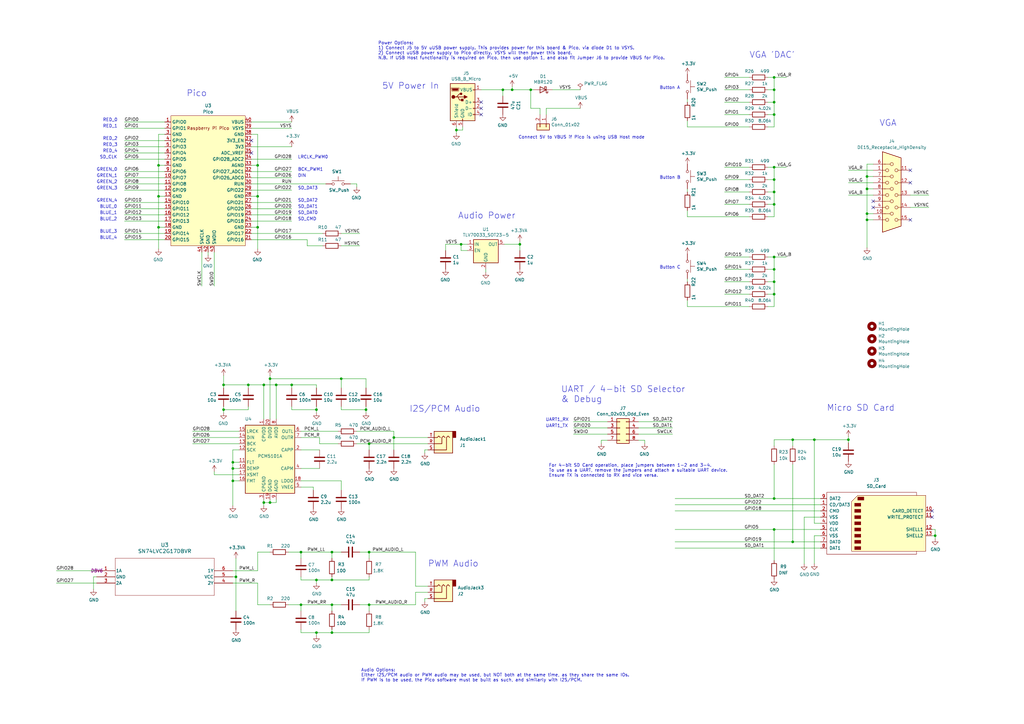
<source format=kicad_sch>
(kicad_sch (version 20230121) (generator eeschema)
  (paper "A3")
  (title_block (title "RPI-PVSA    VGA, SD Card & Audio Demo Board for Pico") (date "2020-09-04") (rev "REV2") (company "Raspberry Pi") (comment 1 "(c) Raspberry Pi 2020"))
  (junction (at 161.544 179.451))
  (junction (at 206.248 36.83))
  (junction (at 150.114 168.021))
  (junction (at 189.103 100.203))
  (junction (at 110.744 206.121))
  (junction (at 139.954 155.321))
  (junction (at 123.444 248.031))
  (junction (at 151.384 248.031))
  (junction (at 136.144 237.871))
  (junction (at 334.01 180.34))
  (junction (at 110.744 155.321))
  (junction (at 317.5 110.49))
  (junction (at 95.504 192.151))
  (junction (at 105.664 80.518))
  (junction (at 95.504 189.611))
  (junction (at 217.678 36.83))
  (junction (at 355.6 90.17))
  (junction (at 108.204 206.121))
  (junction (at 129.794 168.021))
  (junction (at 210.058 36.83))
  (junction (at 151.384 181.991))
  (junction (at 317.5 73.66))
  (junction (at 317.5 105.41))
  (junction (at 123.444 226.441))
  (junction (at 317.5 78.74))
  (junction (at 317.5 46.99))
  (junction (at 129.794 259.461))
  (junction (at 91.694 168.021))
  (junction (at 105.664 67.818))
  (junction (at 355.6 72.39))
  (junction (at 317.5 36.83))
  (junction (at 119.634 157.861))
  (junction (at 65.024 67.818))
  (junction (at 108.204 157.861))
  (junction (at 113.284 157.861))
  (junction (at 101.854 157.861))
  (junction (at 105.664 93.218))
  (junction (at 355.6 87.63))
  (junction (at 91.694 157.861))
  (junction (at 129.794 237.871))
  (junction (at 317.5 68.58))
  (junction (at 383.54 219.71))
  (junction (at 187.198 53.34))
  (junction (at 65.024 80.518))
  (junction (at 95.504 197.231))
  (junction (at 325.12 222.25))
  (junction (at 151.384 226.441))
  (junction (at 213.233 100.203))
  (junction (at 96.774 236.601))
  (junction (at 65.024 93.218))
  (junction (at 317.5 31.75))
  (junction (at 347.98 180.34))
  (junction (at 136.144 248.031))
  (junction (at 317.5 83.82))
  (junction (at 325.12 180.34))
  (junction (at 317.5 115.57))
  (junction (at 355.6 77.47))
  (junction (at 317.5 41.91))
  (junction (at 136.144 259.461))
  (junction (at 317.5 217.17))
  (junction (at 317.5 204.47))
  (junction (at 317.5 120.65))
  (junction (at 136.144 226.441))
  (no_connect (at 373.38 74.93))
  (no_connect (at 358.14 82.55))
  (no_connect (at 103.124 57.658))
  (no_connect (at 382.27 209.55))
  (no_connect (at 373.38 69.85))
  (no_connect (at 197.358 46.99))
  (no_connect (at 358.14 85.09))
  (no_connect (at 197.358 44.45))
  (no_connect (at 197.358 41.91))
  (no_connect (at 373.38 90.17))
  (no_connect (at 103.124 62.738))
  (no_connect (at 382.27 212.09))
  (wire (pts (xy 85.344 103.378) (xy 85.344 104.648)))
  (wire (pts (xy 281.94 40.64) (xy 281.94 41.91)))
  (wire (pts (xy 281.94 86.36) (xy 281.94 88.9)))
  (wire (pts (xy 119.634 166.751) (xy 119.634 168.021)))
  (wire (pts (xy 119.634 168.021) (xy 129.794 168.021)))
  (wire (pts (xy 314.96 120.65) (xy 317.5 120.65)))
  (wire (pts (xy 317.5 78.74) (xy 317.5 73.66)))
  (wire (pts (xy 358.14 74.93) (xy 347.98 74.93)))
  (wire (pts (xy 113.284 206.121) (xy 113.284 204.851)))
  (wire (pts (xy 150.114 155.321) (xy 150.114 159.131)))
  (wire (pts (xy 110.744 204.851) (xy 110.744 206.121)))
  (wire (pts (xy 317.5 36.83) (xy 317.5 31.75)))
  (wire (pts (xy 317.5 180.34) (xy 325.12 180.34)))
  (wire (pts (xy 105.664 67.818) (xy 105.664 80.518)))
  (wire (pts (xy 87.884 103.378) (xy 87.884 117.348)))
  (wire (pts (xy 358.14 72.39) (xy 355.6 72.39)))
  (wire (pts (xy 317.5 31.75) (xy 322.58 31.75)))
  (wire (pts (xy 129.794 166.751) (xy 129.794 168.021)))
  (wire (pts (xy 170.434 248.031) (xy 151.384 248.031)))
  (wire (pts (xy 67.564 80.518) (xy 65.024 80.518)))
  (wire (pts (xy 275.844 172.974) (xy 261.874 172.974)))
  (wire (pts (xy 275.844 175.514) (xy 261.874 175.514)))
  (wire (pts (xy 317.5 115.57) (xy 317.5 110.49)))
  (wire (pts (xy 98.044 176.911) (xy 78.994 176.911)))
  (wire (pts (xy 314.96 31.75) (xy 317.5 31.75)))
  (wire (pts (xy 206.248 39.37) (xy 206.248 36.83)))
  (wire (pts (xy 143.764 75.438) (xy 146.304 75.438)))
  (wire (pts (xy 105.664 248.031) (xy 110.744 248.031)))
  (wire (pts (xy 129.794 168.021) (xy 129.794 169.291)))
  (wire (pts (xy 276.86 224.79) (xy 336.55 224.79)))
  (wire (pts (xy 123.444 258.191) (xy 123.444 259.461)))
  (wire (pts (xy 105.664 234.061) (xy 105.664 226.441)))
  (wire (pts (xy 189.738 52.07) (xy 189.738 53.34)))
  (wire (pts (xy 51.054 72.898) (xy 67.564 72.898)))
  (wire (pts (xy 103.124 70.358) (xy 119.634 70.358)))
  (wire (pts (xy 67.564 67.818) (xy 65.024 67.818)))
  (wire (pts (xy 314.96 41.91) (xy 317.5 41.91)))
  (wire (pts (xy 95.504 197.231) (xy 95.504 207.391)))
  (wire (pts (xy 307.34 36.83) (xy 297.18 36.83)))
  (wire (pts (xy 355.6 87.63) (xy 355.6 90.17)))
  (wire (pts (xy 355.6 72.39) (xy 355.6 77.47)))
  (wire (pts (xy 182.753 102.743) (xy 182.753 100.203)))
  (wire (pts (xy 105.664 239.141) (xy 105.664 248.031)))
  (wire (pts (xy 314.96 68.58) (xy 317.5 68.58)))
  (wire (pts (xy 276.86 207.01) (xy 336.55 207.01)))
  (wire (pts (xy 136.144 236.601) (xy 136.144 237.871)))
  (wire (pts (xy 317.5 73.66) (xy 317.5 68.58)))
  (wire (pts (xy 314.96 125.73) (xy 317.5 125.73)))
  (wire (pts (xy 51.054 70.358) (xy 67.564 70.358)))
  (wire (pts (xy 103.124 67.818) (xy 105.664 67.818)))
  (wire (pts (xy 221.488 46.99) (xy 221.488 44.45)))
  (wire (pts (xy 131.064 179.451) (xy 131.064 181.991)))
  (wire (pts (xy 103.124 52.578) (xy 119.634 52.578)))
  (wire (pts (xy 317.5 105.41) (xy 322.58 105.41)))
  (wire (pts (xy 136.144 228.981) (xy 136.144 226.441)))
  (wire (pts (xy 226.568 36.83) (xy 237.998 36.83)))
  (wire (pts (xy 118.364 248.031) (xy 123.444 248.031)))
  (wire (pts (xy 108.204 157.861) (xy 108.204 171.831)))
  (wire (pts (xy 307.34 125.73) (xy 281.94 125.73)))
  (wire (pts (xy 307.34 31.75) (xy 297.18 31.75)))
  (wire (pts (xy 314.96 78.74) (xy 317.5 78.74)))
  (wire (pts (xy 95.504 239.141) (xy 105.664 239.141)))
  (wire (pts (xy 358.14 77.47) (xy 355.6 77.47)))
  (wire (pts (xy 276.86 209.55) (xy 336.55 209.55)))
  (wire (pts (xy 307.34 115.57) (xy 297.18 115.57)))
  (wire (pts (xy 103.124 83.058) (xy 119.634 83.058)))
  (wire (pts (xy 317.5 78.74) (xy 317.5 83.82)))
  (wire (pts (xy 103.124 72.898) (xy 119.634 72.898)))
  (wire (pts (xy 174.244 184.531) (xy 174.244 185.801)))
  (wire (pts (xy 67.564 93.218) (xy 65.024 93.218)))
  (wire (pts (xy 96.774 236.601) (xy 96.774 250.571)))
  (wire (pts (xy 276.86 217.17) (xy 317.5 217.17)))
  (wire (pts (xy 91.694 168.021) (xy 91.694 169.291)))
  (wire (pts (xy 65.024 80.518) (xy 65.024 93.218)))
  (wire (pts (xy 307.34 68.58) (xy 297.18 68.58)))
  (wire (pts (xy 129.794 157.861) (xy 129.794 159.131)))
  (wire (pts (xy 119.634 159.131) (xy 119.634 157.861)))
  (wire (pts (xy 317.5 217.17) (xy 336.55 217.17)))
  (wire (pts (xy 358.14 69.85) (xy 347.98 69.85)))
  (wire (pts (xy 65.024 55.118) (xy 65.024 67.818)))
  (wire (pts (xy 136.144 237.871) (xy 151.384 237.871)))
  (wire (pts (xy 129.794 237.871) (xy 136.144 237.871)))
  (wire (pts (xy 105.664 226.441) (xy 110.744 226.441)))
  (wire (pts (xy 314.96 83.82) (xy 317.5 83.82)))
  (wire (pts (xy 82.804 103.378) (xy 82.804 117.348)))
  (wire (pts (xy 307.34 120.65) (xy 297.18 120.65)))
  (wire (pts (xy 101.854 166.751) (xy 101.854 168.021)))
  (wire (pts (xy 317.5 125.73) (xy 317.5 120.65)))
  (wire (pts (xy 382.27 219.71) (xy 383.54 219.71)))
  (wire (pts (xy 103.124 98.298) (xy 125.984 98.298)))
  (wire (pts (xy 151.384 259.461) (xy 151.384 258.191)))
  (wire (pts (xy 123.444 259.461) (xy 129.794 259.461)))
  (wire (pts (xy 51.054 98.298) (xy 67.564 98.298)))
  (wire (pts (xy 95.504 234.061) (xy 105.664 234.061)))
  (wire (pts (xy 217.678 44.45) (xy 217.678 36.83)))
  (wire (pts (xy 95.504 236.601) (xy 96.774 236.601)))
  (wire (pts (xy 261.874 178.054) (xy 275.844 178.054)))
  (wire (pts (xy 358.14 80.01) (xy 347.98 80.01)))
  (wire (pts (xy 249.174 172.974) (xy 235.204 172.974)))
  (wire (pts (xy 136.144 226.441) (xy 139.954 226.441)))
  (wire (pts (xy 136.144 250.571) (xy 136.144 248.031)))
  (wire (pts (xy 103.124 85.598) (xy 119.634 85.598)))
  (wire (pts (xy 105.664 55.118) (xy 105.664 67.818)))
  (wire (pts (xy 334.01 214.63) (xy 336.55 214.63)))
  (wire (pts (xy 139.954 166.751) (xy 139.954 168.021)))
  (wire (pts (xy 151.384 226.441) (xy 151.384 228.981)))
  (wire (pts (xy 108.204 206.121) (xy 110.744 206.121)))
  (wire (pts (xy 103.124 80.518) (xy 105.664 80.518)))
  (wire (pts (xy 175.514 245.491) (xy 174.244 245.491)))
  (wire (pts (xy 91.694 157.861) (xy 101.854 157.861)))
  (wire (pts (xy 334.01 219.71) (xy 334.01 231.14)))
  (wire (pts (xy 118.364 226.441) (xy 123.444 226.441)))
  (wire (pts (xy 314.96 73.66) (xy 317.5 73.66)))
  (wire (pts (xy 317.5 83.82) (xy 317.5 88.9)))
  (wire (pts (xy 217.678 36.83) (xy 218.948 36.83)))
  (wire (pts (xy 334.01 180.34) (xy 347.98 180.34)))
  (wire (pts (xy 358.14 67.31) (xy 355.6 67.31)))
  (wire (pts (xy 65.024 93.218) (xy 65.024 102.108)))
  (wire (pts (xy 51.054 62.738) (xy 67.564 62.738)))
  (wire (pts (xy 65.024 67.818) (xy 65.024 80.518)))
  (wire (pts (xy 264.414 180.594) (xy 264.414 181.864)))
  (wire (pts (xy 103.124 60.198) (xy 119.634 60.198)))
  (wire (pts (xy 151.384 237.871) (xy 151.384 236.601)))
  (wire (pts (xy 110.744 171.831) (xy 110.744 155.321)))
  (wire (pts (xy 123.444 228.981) (xy 123.444 226.441)))
  (wire (pts (xy 91.694 166.751) (xy 91.694 168.021)))
  (wire (pts (xy 105.664 80.518) (xy 105.664 93.218)))
  (wire (pts (xy 187.198 53.34) (xy 187.198 54.61)))
  (wire (pts (xy 281.94 123.19) (xy 281.94 125.73)))
  (wire (pts (xy 139.954 95.758) (xy 147.574 95.758)))
  (wire (pts (xy 189.103 102.743) (xy 189.103 100.203)))
  (wire (pts (xy 170.434 226.441) (xy 151.384 226.441)))
  (wire (pts (xy 147.574 226.441) (xy 151.384 226.441)))
  (wire (pts (xy 98.044 184.531) (xy 95.504 184.531)))
  (wire (pts (xy 95.504 184.531) (xy 95.504 189.611)))
  (wire (pts (xy 110.744 155.321) (xy 139.954 155.321)))
  (wire (pts (xy 101.854 168.021) (xy 91.694 168.021)))
  (wire (pts (xy 317.5 229.87) (xy 317.5 217.17)))
  (wire (pts (xy 317.5 46.99) (xy 317.5 41.91)))
  (wire (pts (xy 129.794 157.861) (xy 119.634 157.861)))
  (wire (pts (xy 131.064 181.991) (xy 138.684 181.991)))
  (wire (pts (xy 39.624 236.601) (xy 38.354 236.601)))
  (wire (pts (xy 206.883 100.203) (xy 213.233 100.203)))
  (wire (pts (xy 110.744 206.121) (xy 113.284 206.121)))
  (wire (pts (xy 151.384 248.031) (xy 151.384 250.571)))
  (wire (pts (xy 307.34 52.07) (xy 281.94 52.07)))
  (wire (pts (xy 314.96 105.41) (xy 317.5 105.41)))
  (wire (pts (xy 281.94 49.53) (xy 281.94 52.07)))
  (wire (pts (xy 249.174 178.054) (xy 235.204 178.054)))
  (wire (pts (xy 110.744 155.321) (xy 110.744 154.051)))
  (wire (pts (xy 103.124 88.138) (xy 119.634 88.138)))
  (wire (pts (xy 98.044 179.451) (xy 78.994 179.451)))
  (wire (pts (xy 113.284 157.861) (xy 108.204 157.861)))
  (wire (pts (xy 125.984 98.298) (xy 125.984 100.838)))
  (wire (pts (xy 307.34 41.91) (xy 297.18 41.91)))
  (wire (pts (xy 123.444 199.771) (xy 128.524 199.771)))
  (wire (pts (xy 373.38 80.01) (xy 381 80.01)))
  (wire (pts (xy 51.054 57.658) (xy 67.564 57.658)))
  (wire (pts (xy 103.124 93.218) (xy 105.664 93.218)))
  (wire (pts (xy 161.544 179.451) (xy 161.544 184.531)))
  (wire (pts (xy 261.874 180.594) (xy 264.414 180.594)))
  (wire (pts (xy 336.55 219.71) (xy 334.01 219.71)))
  (wire (pts (xy 136.144 248.031) (xy 139.954 248.031)))
  (wire (pts (xy 175.514 240.411) (xy 170.434 240.411)))
  (wire (pts (xy 175.514 242.951) (xy 170.434 242.951)))
  (wire (pts (xy 314.96 36.83) (xy 317.5 36.83)))
  (wire (pts (xy 373.38 85.09) (xy 381 85.09)))
  (wire (pts (xy 123.444 226.441) (xy 136.144 226.441)))
  (wire (pts (xy 95.504 189.611) (xy 95.504 192.151)))
  (wire (pts (xy 210.058 36.83) (xy 210.058 35.56)))
  (wire (pts (xy 136.144 258.191) (xy 136.144 259.461)))
  (wire (pts (xy 382.27 217.17) (xy 383.54 217.17)))
  (wire (pts (xy 329.819 212.09) (xy 329.819 231.267)))
  (wire (pts (xy 325.12 180.34) (xy 334.01 180.34)))
  (wire (pts (xy 317.5 190.5) (xy 317.5 204.47)))
  (wire (pts (xy 182.753 100.203) (xy 189.103 100.203)))
  (wire (pts (xy 103.124 90.678) (xy 119.634 90.678)))
  (wire (pts (xy 98.044 181.991) (xy 78.994 181.991)))
  (wire (pts (xy 129.794 259.461) (xy 129.794 260.731)))
  (wire (pts (xy 281.94 77.47) (xy 281.94 78.74)))
  (wire (pts (xy 224.028 46.99) (xy 224.028 44.45)))
  (wire (pts (xy 314.96 115.57) (xy 317.5 115.57)))
  (wire (pts (xy 246.634 180.594) (xy 246.634 181.864)))
  (wire (pts (xy 317.5 110.49) (xy 317.5 105.41)))
  (wire (pts (xy 123.444 197.231) (xy 139.954 197.231)))
  (wire (pts (xy 39.624 239.141) (xy 23.114 239.141)))
  (wire (pts (xy 51.054 65.278) (xy 67.564 65.278)))
  (wire (pts (xy 129.794 237.871) (xy 129.794 239.141)))
  (wire (pts (xy 103.124 50.038) (xy 119.634 50.038)))
  (wire (pts (xy 147.574 248.031) (xy 151.384 248.031)))
  (wire (pts (xy 355.6 77.47) (xy 355.6 87.63)))
  (wire (pts (xy 67.564 55.118) (xy 65.024 55.118)))
  (wire (pts (xy 151.384 184.531) (xy 151.384 181.991)))
  (wire (pts (xy 307.34 73.66) (xy 297.18 73.66)))
  (wire (pts (xy 38.354 236.601) (xy 38.354 241.681)))
  (wire (pts (xy 139.954 155.321) (xy 150.114 155.321)))
  (wire (pts (xy 307.34 83.82) (xy 297.18 83.82)))
  (wire (pts (xy 249.174 175.514) (xy 235.204 175.514)))
  (wire (pts (xy 307.34 78.74) (xy 297.18 78.74)))
  (wire (pts (xy 146.304 181.991) (xy 151.384 181.991)))
  (wire (pts (xy 358.14 87.63) (xy 355.6 87.63)))
  (wire (pts (xy 307.34 110.49) (xy 297.18 110.49)))
  (wire (pts (xy 325.12 182.88) (xy 325.12 180.34)))
  (wire (pts (xy 51.054 75.438) (xy 67.564 75.438)))
  (wire (pts (xy 189.103 100.203) (xy 191.643 100.203)))
  (wire (pts (xy 150.114 166.751) (xy 150.114 168.021)))
  (wire (pts (xy 317.5 182.88) (xy 317.5 180.34)))
  (wire (pts (xy 51.054 90.678) (xy 67.564 90.678)))
  (wire (pts (xy 161.544 179.451) (xy 175.514 179.451)))
  (wire (pts (xy 108.204 204.851) (xy 108.204 206.121)))
  (wire (pts (xy 336.55 204.47) (xy 317.5 204.47)))
  (wire (pts (xy 123.444 250.571) (xy 123.444 248.031)))
  (wire (pts (xy 103.124 95.758) (xy 132.334 95.758)))
  (wire (pts (xy 206.248 36.83) (xy 210.058 36.83)))
  (wire (pts (xy 347.98 181.61) (xy 347.98 180.34)))
  (wire (pts (xy 317.5 68.58) (xy 322.58 68.58)))
  (wire (pts (xy 139.954 168.021) (xy 150.114 168.021)))
  (wire (pts (xy 213.233 100.203) (xy 213.233 102.743)))
  (wire (pts (xy 249.174 180.594) (xy 246.634 180.594)))
  (wire (pts (xy 98.044 197.231) (xy 95.504 197.231)))
  (wire (pts (xy 105.664 93.218) (xy 105.664 102.108)))
  (wire (pts (xy 103.124 55.118) (xy 105.664 55.118)))
  (wire (pts (xy 108.204 206.121) (xy 108.204 207.391)))
  (wire (pts (xy 355.6 67.31) (xy 355.6 72.39)))
  (wire (pts (xy 358.14 90.17) (xy 355.6 90.17)))
  (wire (pts (xy 213.233 100.203) (xy 213.233 98.933)))
  (wire (pts (xy 347.98 180.34) (xy 347.98 179.07)))
  (wire (pts (xy 197.358 36.83) (xy 206.248 36.83)))
  (wire (pts (xy 139.954 159.131) (xy 139.954 155.321)))
  (wire (pts (xy 98.044 189.611) (xy 95.504 189.611)))
  (wire (pts (xy 174.244 245.491) (xy 174.244 246.761)))
  (wire (pts (xy 317.5 120.65) (xy 317.5 115.57)))
  (wire (pts (xy 51.054 88.138) (xy 67.564 88.138)))
  (wire (pts (xy 307.34 105.41) (xy 297.18 105.41)))
  (wire (pts (xy 103.124 77.978) (xy 119.634 77.978)))
  (wire (pts (xy 276.86 222.25) (xy 325.12 222.25)))
  (wire (pts (xy 51.054 95.758) (xy 67.564 95.758)))
  (wire (pts (xy 51.054 83.058) (xy 67.564 83.058)))
  (wire (pts (xy 96.774 228.981) (xy 96.774 236.601)))
  (wire (pts (xy 123.444 237.871) (xy 129.794 237.871)))
  (wire (pts (xy 119.634 157.861) (xy 113.284 157.861)))
  (wire (pts (xy 161.544 176.911) (xy 161.544 179.451)))
  (wire (pts (xy 224.028 44.45) (xy 237.998 44.45)))
  (wire (pts (xy 51.054 85.598) (xy 67.564 85.598)))
  (wire (pts (xy 129.794 259.461) (xy 136.144 259.461)))
  (wire (pts (xy 314.96 52.07) (xy 317.5 52.07)))
  (wire (pts (xy 281.94 114.3) (xy 281.94 115.57)))
  (wire (pts (xy 314.96 46.99) (xy 317.5 46.99)))
  (wire (pts (xy 187.198 52.07) (xy 187.198 53.34)))
  (wire (pts (xy 103.124 65.278) (xy 119.634 65.278)))
  (wire (pts (xy 383.54 217.17) (xy 383.54 219.71)))
  (wire (pts (xy 334.01 180.34) (xy 334.01 214.63)))
  (wire (pts (xy 317.5 41.91) (xy 317.5 36.83)))
  (wire (pts (xy 91.694 157.861) (xy 91.694 154.051)))
  (wire (pts (xy 307.34 88.9) (xy 281.94 88.9)))
  (wire (pts (xy 95.504 192.151) (xy 95.504 197.231)))
  (wire (pts (xy 191.643 102.743) (xy 189.103 102.743)))
  (wire (pts (xy 51.054 60.198) (xy 67.564 60.198)))
  (wire (pts (xy 146.304 75.438) (xy 146.304 76.708)))
  (wire (pts (xy 221.488 44.45) (xy 217.678 44.45)))
  (wire (pts (xy 136.144 259.461) (xy 151.384 259.461)))
  (wire (pts (xy 317.5 52.07) (xy 317.5 46.99)))
  (wire (pts (xy 125.984 100.838) (xy 132.334 100.838)))
  (wire (pts (xy 150.114 168.021) (xy 150.114 169.291)))
  (wire (pts (xy 139.954 197.231) (xy 139.954 201.041)))
  (wire (pts (xy 307.34 46.99) (xy 297.18 46.99)))
  (wire (pts (xy 23.114 234.061) (xy 39.624 234.061)))
  (wire (pts (xy 123.444 248.031) (xy 136.144 248.031)))
  (wire (pts (xy 336.55 212.09) (xy 329.819 212.09)))
  (wire (pts (xy 101.854 159.131) (xy 101.854 157.861)))
  (wire (pts (xy 170.434 242.951) (xy 170.434 248.031)))
  (wire (pts (xy 98.044 192.151) (xy 95.504 192.151)))
  (wire (pts (xy 123.444 236.601) (xy 123.444 237.871)))
  (wire (pts (xy 123.444 176.911) (xy 138.684 176.911)))
  (wire (pts (xy 383.54 219.71) (xy 383.54 220.98)))
  (wire (pts (xy 355.6 90.17) (xy 355.6 101.6)))
  (wire (pts (xy 91.694 157.861) (xy 91.694 159.131)))
  (wire (pts (xy 123.444 184.531) (xy 131.064 184.531)))
  (wire (pts (xy 123.444 192.151) (xy 131.064 192.151)))
  (wire (pts (xy 170.434 240.411) (xy 170.434 226.441)))
  (wire (pts (xy 51.054 50.038) (xy 67.564 50.038)))
  (wire (pts (xy 325.12 190.5) (xy 325.12 222.25)))
  (wire (pts (xy 199.263 110.363) (xy 199.263 111.633)))
  (wire (pts (xy 101.854 157.861) (xy 108.204 157.861)))
  (wire (pts (xy 51.054 77.978) (xy 67.564 77.978)))
  (wire (pts (xy 103.124 75.438) (xy 133.604 75.438)))
  (wire (pts (xy 276.86 204.47) (xy 317.5 204.47)))
  (wire (pts (xy 210.058 36.83) (xy 217.678 36.83)))
  (wire (pts (xy 146.304 176.911) (xy 161.544 176.911)))
  (wire (pts (xy 175.514 184.531) (xy 174.244 184.531)))
  (wire (pts (xy 51.054 52.578) (xy 67.564 52.578)))
  (wire (pts (xy 87.884 194.691) (xy 98.044 194.691)))
  (wire (pts (xy 128.524 199.771) (xy 128.524 201.041)))
  (wire (pts (xy 87.884 193.421) (xy 87.884 194.691)))
  (wire (pts (xy 151.384 181.991) (xy 175.514 181.991)))
  (wire (pts (xy 123.444 179.451) (xy 131.064 179.451)))
  (wire (pts (xy 314.96 88.9) (xy 317.5 88.9)))
  (wire (pts (xy 113.284 157.861) (xy 113.284 171.831)))
  (wire (pts (xy 189.738 53.34) (xy 187.198 53.34)))
  (wire (pts (xy 314.96 110.49) (xy 317.5 110.49)))
  (wire (pts (xy 325.12 222.25) (xy 336.55 222.25)))
  (wire (pts (xy 139.954 100.838) (xy 147.574 100.838)))
  (text "Audio Options:\nEither I2S/PCM audio or PWM audio may be used, but NOT both at the same time, as they share the same IOs.\nIf PWM is to be used, the Pico software must be built as such, and similarly with I2S/PCM." (at 148.082 279.781 0) (effects (font (size 1.27 1.27)) (justify left bottom)))
  (text "GREEN_1" (at 39.624 72.898 0) (effects (font (size 1.27 1.27)) (justify left bottom)))
  (text "I2S/PCM Audio" (at 167.894 169.291 0) (effects (font (size 2.54 2.54)) (justify left bottom)))
  (text "DIN" (at 122.174 72.898 0) (effects (font (size 1.27 1.27)) (justify left bottom)))
  (text "5V Power In" (at 156.718 36.83 0) (effects (font (size 2.54 2.54)) (justify left bottom)))
  (text "Micro SD Card" (at 339.09 168.91 0) (effects (font (size 2.54 2.54)) (justify left bottom)))
  (text "GREEN_2" (at 39.624 75.438 0) (effects (font (size 1.27 1.27)) (justify left bottom)))
  (text "Button C" (at 270.51 110.49 0) (effects (font (size 1.27 1.27)) (justify left bottom)))
  (text "BLUE_4" (at 40.894 98.298 0) (effects (font (size 1.27 1.27)) (justify left bottom)))
  (text "RED_2" (at 42.164 57.658 0) (effects (font (size 1.27 1.27)) (justify left bottom)))
  (text "SD_CLK" (at 40.894 65.278 0) (effects (font (size 1.27 1.27)) (justify left bottom)))
  (text "Audio Power" (at 187.833 90.043 0) (effects (font (size 2.54 2.54)) (justify left bottom)))
  (text "VGA 'DAC'" (at 307.34 24.13 0) (effects (font (size 2.54 2.54)) (justify left bottom)))
  (text "Button A" (at 270.51 36.83 0) (effects (font (size 1.27 1.27)) (justify left bottom)))
  (text "RED_3" (at 42.164 60.198 0) (effects (font (size 1.27 1.27)) (justify left bottom)))
  (text "PWM Audio" (at 175.514 232.791 0) (effects (font (size 2.54 2.54)) (justify left bottom)))
  (text "SD_DAT3" (at 122.174 77.978 0) (effects (font (size 1.27 1.27)) (justify left bottom)))
  (text "For 4-bit SD Card operation, place jumpers between 1-2 and 3-4.\nTo use as a UART, remove the jumpers and attach a suitable UART device.\nEnsure TX is connected to RX and vice versa.\n" (at 225.044 195.834 0) (effects (font (size 1.27 1.27)) (justify left bottom)))
  (text "BLUE_2" (at 40.894 90.678 0) (effects (font (size 1.27 1.27)) (justify left bottom)))
  (text "VGA" (at 360.68 52.07 0) (effects (font (size 2.54 2.54)) (justify left bottom)))
  (text "RED_0" (at 42.164 50.038 0) (effects (font (size 1.27 1.27)) (justify left bottom)))
  (text "UART1_RX" (at 223.774 172.974 0) (effects (font (size 1.27 1.27)) (justify left bottom)))
  (text "Button B" (at 270.51 73.66 0) (effects (font (size 1.27 1.27)) (justify left bottom)))
  (text "BCK_PWM1" (at 122.174 70.358 0) (effects (font (size 1.27 1.27)) (justify left bottom)))
  (text "GREEN_3" (at 39.624 77.978 0) (effects (font (size 1.27 1.27)) (justify left bottom)))
  (text "RED_1" (at 42.164 52.578 0) (effects (font (size 1.27 1.27)) (justify left bottom)))
  (text "LRCLK_PWM0" (at 122.174 65.278 0) (effects (font (size 1.27 1.27)) (justify left bottom)))
  (text "GREEN_0" (at 39.624 70.358 0) (effects (font (size 1.27 1.27)) (justify left bottom)))
  (text "Pico" (at 76.454 39.878 0) (effects (font (size 2.54 2.54)) (justify left bottom)))
  (text "SD_DAT0" (at 122.174 88.138 0) (effects (font (size 1.27 1.27)) (justify left bottom)))
  (text "BLUE_1" (at 40.894 88.138 0) (effects (font (size 1.27 1.27)) (justify left bottom)))
  (text "UART / 4-bit SD Selector\n& Debug" (at 230.124 165.354 0) (effects (font (size 2.54 2.54)) (justify left bottom)))
  (text "RED_4" (at 42.164 62.738 0) (effects (font (size 1.27 1.27)) (justify left bottom)))
  (text "SD_DAT2" (at 122.174 83.058 0) (effects (font (size 1.27 1.27)) (justify left bottom)))
  (text "Connect 5V to VBUS if Pico is using USB Host mode\n" (at 212.598 57.15 0) (effects (font (size 1.27 1.27)) (justify left bottom)))
  (text "UART1_TX " (at 223.774 175.514 0) (effects (font (size 1.27 1.27)) (justify left bottom)))
  (text "GREEN_4" (at 39.624 83.058 0) (effects (font (size 1.27 1.27)) (justify left bottom)))
  (text "SD_CMD" (at 122.174 90.678 0) (effects (font (size 1.27 1.27)) (justify left bottom)))
  (text "BLUE_3" (at 40.894 95.758 0) (effects (font (size 1.27 1.27)) (justify left bottom)))
  (text "BLUE_0" (at 40.894 85.598 0) (effects (font (size 1.27 1.27)) (justify left bottom)))
  (text "Power Options:\n1) Connect J5 to 5V uUSB power supply. This provides power for this board & Pico, via diode D1 to VSYS.\n2) Connect uUSB power supply to Pico directly. VSYS will then power this board.\nN.B. If USB Host functionality is required on Pico, then use option 1, and also fit Jumper J6 to provide VBUS for Pico." (at 155.067 24.638 0) (effects (font (size 1.27 1.27)) (justify left bottom)))
  (text "SD_DAT1" (at 122.174 85.598 0) (effects (font (size 1.27 1.27)) (justify left bottom)))
  (label "GPIO27" (at 23.114 239.141 0))
  (label "GPIO3" (at 51.054 60.198 0))
  (label "GPIO6" (at 297.18 88.9 0))
  (label "GPIO15" (at 51.054 98.298 0))
  (label "VSYS" (at 182.753 100.203 0))
  (label "HSYNC" (at 381 80.01 180))
  (label "GPIO17" (at 119.634 95.758 180))
  (label "GPIO6" (at 51.054 70.358 0))
  (label "VGA_R" (at 318.77 31.75 0))
  (label "GPIO14" (at 51.054 95.758 0))
  (label "PWM_L" (at 98.044 234.061 0))
  (label "GPIO7" (at 51.054 72.898 0))
  (label "GPIO28" (at 23.114 234.061 0))
  (label "SD_DAT2" (at 275.844 172.974 180))
  (label "GPIO2" (at 297.18 41.91 0))
  (label "GPIO19" (at 305.308 222.25 0))
  (label "GPIO11" (at 51.054 85.598 0))
  (label "GPIO4" (at 51.054 62.738 0))
  (label "GPIO9" (at 51.054 77.978 0))
  (label "GPIO10" (at 51.054 83.058 0))
  (label "SWDIO" (at 87.884 117.348 90))
  (label "SWCLK" (at 275.844 178.054 180))
  (label "GPIO21" (at 119.634 83.058 180))
  (label "GPIO28" (at 78.994 176.911 0))
  (label "RUN" (at 119.634 75.438 180))
  (label "VGA_R" (at 347.98 69.85 0))
  (label "GPIO27" (at 78.994 181.991 0))
  (label "GPIO11" (at 297.18 125.73 0))
  (label "SD_DAT2" (at 305.308 204.47 0))
  (label "GPIO1" (at 297.18 46.99 0))
  (label "GPIO12" (at 297.18 120.65 0))
  (label "PCM_AUDIO_L" (at 147.574 176.911 0))
  (label "GPIO28" (at 119.634 65.278 180))
  (label "GPIO26" (at 78.994 179.451 0))
  (label "GPIO14" (at 297.18 110.49 0))
  (label "SD_DAT1" (at 305.308 224.79 0))
  (label "GPIO22" (at 119.634 77.978 180))
  (label "SD_DAT1" (at 275.844 175.514 180))
  (label "GPIO0" (at 297.18 52.07 0))
  (label "PWM_AUDIO_R" (at 153.924 248.031 0))
  (label "SWCLK" (at 82.804 117.348 90))
  (label "GPIO13" (at 51.054 90.678 0))
  (label "GPIO27" (at 119.634 70.358 180))
  (label "VGA_G" (at 318.77 68.58 0))
  (label "SWDIO" (at 235.204 178.054 0))
  (label "GPIO2" (at 51.054 57.658 0))
  (label "GPIO15" (at 297.18 105.41 0))
  (label "PCM_R" (at 124.714 179.451 0))
  (label "GPIO4" (at 297.18 31.75 0))
  (label "PWM_LL" (at 125.984 226.441 0))
  (label "VSYS" (at 234.188 36.83 180))
  (label "GPIO8" (at 297.18 78.74 0))
  (label "GPIO1" (at 51.054 52.578 0))
  (label "PWM_RR" (at 125.984 248.031 0))
  (label "GPIO18" (at 119.634 90.678 180))
  (label "GPIO19" (at 119.634 88.138 180))
  (label "PWM_R" (at 98.044 239.141 0))
  (label "VSYS" (at 119.634 52.578 180))
  (label "GPIO8" (at 51.054 75.438 0))
  (label "GPIO13" (at 297.18 115.57 0))
  (label "PCM_L" (at 124.714 176.911 0))
  (label "GPIO16" (at 119.634 98.298 180))
  (label "VGA_B" (at 347.98 80.01 0))
  (label "PCM_AUDIO_R" (at 147.574 181.991 0))
  (label "GPIO3" (at 297.18 36.83 0))
  (label "GPIO5" (at 51.054 65.278 0))
  (label "GPIO5" (at 305.308 217.17 0))
  (label "GPIO0" (at 51.054 50.038 0))
  (label "GPIO22" (at 305.308 207.01 0))
  (label "VSYNC" (at 147.574 95.758 180))
  (label "GPIO20" (at 235.204 175.514 0))
  (label "VSYNC" (at 381 85.09 180))
  (label "GPIO20" (at 119.634 85.598 180))
  (label "GPIO7" (at 297.18 83.82 0))
  (label "VGA_B" (at 318.77 105.41 0))
  (label "GPIO12" (at 51.054 88.138 0))
  (label "GPIO9" (at 297.18 73.66 0))
  (label "PWM_AUDIO_L" (at 152.654 226.441 0))
  (label "GPIO18" (at 305.308 209.55 0))
  (label "HSYNC" (at 147.574 100.838 180))
  (label "VGA_G" (at 347.98 74.93 0))
  (label "GPIO26" (at 119.634 72.898 180))
  (label "GPIO10" (at 297.18 68.58 0))
  (label "GPIO21" (at 235.204 172.974 0))
  (symbol (lib_id "Device:R") (at 311.15 31.75 270) (unit 1)
    (property "Reference" "R26" (at 307.34 29.21 90))
    (property "Value" "499" (at 313.69 29.21 90))
    (property "Footprint" "Resistor_SMD:R_0402_1005Metric" (effects hide))
  )
  (symbol (lib_id "Device:R") (at 311.15 36.83 270) (unit 1)
    (property "Reference" "R27" (at 307.34 34.29 90))
    (property "Value" "1k" (at 313.69 34.29 90))
    (property "Footprint" "Resistor_SMD:R_0402_1005Metric" (effects hide))
  )
  (symbol (lib_id "Device:R") (at 311.15 41.91 270) (unit 1)
    (property "Reference" "R28" (at 307.34 39.37 90))
    (property "Value" "2k" (at 313.69 39.37 90))
    (property "Footprint" "Resistor_SMD:R_0402_1005Metric" (effects hide))
  )
  (symbol (lib_id "Device:R") (at 311.15 46.99 270) (unit 1)
    (property "Reference" "R29" (at 307.34 44.45 90))
    (property "Value" "4.02k" (at 313.69 44.45 90))
    (property "Footprint" "Resistor_SMD:R_0402_1005Metric" (effects hide))
  )
  (symbol (lib_id "Device:R") (at 311.15 52.07 270) (unit 1)
    (property "Reference" "R30" (at 307.34 49.53 90))
    (property "Value" "8.06k" (at 313.69 49.53 90))
    (property "Footprint" "Resistor_SMD:R_0402_1005Metric" (effects hide))
  )
  (symbol (lib_id "Switch:SW_Push") (at 281.94 35.56 270) (unit 1)
    (property "Reference" "SW2" (at 285.6992 34.3916 90) (effects (justify left)))
    (property "Value" "SW_Push" (at 285.6992 36.703 90) (effects (justify left)))
    (property "Footprint" "Button_Switch_SMD:SW_Push_1P1T_NO_Vertical_Wuerth_434133025816" (effects hide))
  )
  (symbol (lib_id "power:+3.3V") (at 281.94 30.48 0) (unit 1)
    (property "Reference" "#PWR0101" (effects hide))
    (property "Value" "+3.3V" (at 282.321 26.0858 0))
  )
  (symbol (lib_id "Device:R") (at 281.94 45.72 180) (unit 1)
    (property "Reference" "R20" (at 284.48 41.91 90))
    (property "Value" "1k" (at 284.48 48.26 90))
    (property "Footprint" "Resistor_SMD:R_0402_1005Metric" (effects hide))
  )
  (symbol (lib_id "Audio:PCM5101") (at 110.744 187.071 0) (unit 1)
    (property "Reference" "U4" (at 101.854 171.831 0))
    (property "Value" "PCM5101A" (at 110.744 187.071 0))
    (property "Footprint" "Package_SO:TSSOP-20_4.4x6.5mm_P0.65mm" (effects hide))
    (property "Datasheet" "http://www.ti.com/lit/ds/symlink/pcm5101.pdf" (effects hide))
  )
  (symbol (lib_id "Device:R") (at 311.15 68.58 270) (unit 1)
    (property "Reference" "R31" (at 307.34 66.04 90))
    (property "Value" "499" (at 313.69 66.04 90))
    (property "Footprint" "Resistor_SMD:R_0402_1005Metric" (effects hide))
  )
  (symbol (lib_id "Device:R") (at 311.15 73.66 270) (unit 1)
    (property "Reference" "R32" (at 307.34 71.12 90))
    (property "Value" "1k" (at 313.69 71.12 90))
    (property "Footprint" "Resistor_SMD:R_0402_1005Metric" (effects hide))
  )
  (symbol (lib_id "Device:R") (at 311.15 78.74 270) (unit 1)
    (property "Reference" "R33" (at 307.34 76.2 90))
    (property "Value" "2k" (at 313.69 76.2 90))
    (property "Footprint" "Resistor_SMD:R_0402_1005Metric" (effects hide))
  )
  (symbol (lib_id "Device:R") (at 311.15 88.9 270) (unit 1)
    (property "Reference" "R35" (at 307.34 86.36 90))
    (property "Value" "8.06k" (at 313.69 86.36 90))
    (property "Footprint" "Resistor_SMD:R_0402_1005Metric" (effects hide))
  )
  (symbol (lib_id "Switch:SW_Push") (at 281.94 72.39 270) (unit 1)
    (property "Reference" "SW3" (at 285.6992 71.2216 90) (effects (justify left)))
    (property "Value" "SW_Push" (at 285.6992 73.533 90) (effects (justify left)))
    (property "Footprint" "Button_Switch_SMD:SW_Push_1P1T_NO_Vertical_Wuerth_434133025816" (effects hide))
  )
  (symbol (lib_id "power:+3.3V") (at 281.94 67.31 0) (unit 1)
    (property "Reference" "#PWR0102" (effects hide))
    (property "Value" "+3.3V" (at 282.321 62.9158 0))
  )
  (symbol (lib_id "Device:R") (at 281.94 82.55 180) (unit 1)
    (property "Reference" "R21" (at 284.48 78.74 90))
    (property "Value" "1k" (at 284.48 85.09 90))
    (property "Footprint" "Resistor_SMD:R_0402_1005Metric" (effects hide))
  )
  (symbol (lib_id "Device:R") (at 311.15 105.41 270) (unit 1)
    (property "Reference" "R36" (at 307.34 102.87 90))
    (property "Value" "499" (at 313.69 102.87 90))
    (property "Footprint" "Resistor_SMD:R_0402_1005Metric" (effects hide))
  )
  (symbol (lib_id "Device:R") (at 311.15 110.49 270) (unit 1)
    (property "Reference" "R37" (at 307.34 107.95 90))
    (property "Value" "1k" (at 313.69 107.95 90))
    (property "Footprint" "Resistor_SMD:R_0402_1005Metric" (effects hide))
  )
  (symbol (lib_id "Device:R") (at 311.15 115.57 270) (unit 1)
    (property "Reference" "R38" (at 307.34 113.03 90))
    (property "Value" "2k" (at 313.69 113.03 90))
    (property "Footprint" "Resistor_SMD:R_0402_1005Metric" (effects hide))
  )
  (symbol (lib_id "Device:R") (at 311.15 120.65 270) (unit 1)
    (property "Reference" "R39" (at 307.34 118.11 90))
    (property "Value" "4.02k" (at 313.69 118.11 90))
    (property "Footprint" "Resistor_SMD:R_0402_1005Metric" (effects hide))
  )
  (symbol (lib_id "Device:R") (at 311.15 125.73 270) (unit 1)
    (property "Reference" "R40" (at 307.34 123.19 90))
    (property "Value" "8.06k" (at 313.69 123.19 90))
    (property "Footprint" "Resistor_SMD:R_0402_1005Metric" (effects hide))
  )
  (symbol (lib_id "Switch:SW_Push") (at 281.94 109.22 270) (unit 1)
    (property "Reference" "SW4" (at 285.6992 108.0516 90) (effects (justify left)))
    (property "Value" "SW_Push" (at 285.6992 110.363 90) (effects (justify left)))
    (property "Footprint" "Button_Switch_SMD:SW_Push_1P1T_NO_Vertical_Wuerth_434133025816" (effects hide))
  )
  (symbol (lib_id "power:+3.3V") (at 281.94 104.14 0) (unit 1)
    (property "Reference" "#PWR0103" (effects hide))
    (property "Value" "+3.3V" (at 282.321 99.7458 0))
  )
  (symbol (lib_id "Device:R") (at 281.94 119.38 180) (unit 1)
    (property "Reference" "R22" (at 284.48 115.57 90))
    (property "Value" "1k" (at 284.48 121.92 90))
    (property "Footprint" "Resistor_SMD:R_0402_1005Metric" (effects hide))
  )
  (symbol (lib_id "power:GND") (at 355.6 101.6 0) (unit 1)
    (property "Reference" "#PWR0104" (effects hide))
    (property "Value" "GND" (at 355.727 105.9942 0))
  )
  (symbol (lib_id "Device:R") (at 311.15 83.82 270) (unit 1)
    (property "Reference" "R34" (at 307.34 81.28 90))
    (property "Value" "4.02k" (at 313.69 81.28 90))
    (property "Footprint" "Resistor_SMD:R_0402_1005Metric" (effects hide))
  )
  (symbol (lib_id "Device:C") (at 129.794 162.941 0) (unit 1)
    (property "Reference" "C10" (at 132.715 161.7726 0) (effects (justify left)))
    (property "Value" "10u" (at 132.715 164.084 0) (effects (justify left)))
    (property "Footprint" "Capacitor_SMD:C_0603_1608Metric" (effects hide))
  )
  (symbol (lib_id "power:GND") (at 129.794 169.291 0) (unit 1)
    (property "Reference" "#PWR0111" (effects hide))
    (property "Value" "GND" (at 129.921 173.6852 0))
  )
  (symbol (lib_id "Connector:USB_B_Micro") (at 189.738 41.91 0) (unit 1)
    (property "Reference" "J5" (at 191.1858 30.0482 0))
    (property "Value" "USB_B_Micro" (at 191.1858 32.3596 0))
    (property "Footprint" "RPi_Pico:USB_Micro-B_Amphenol_10103594-0001LF_Horizontal_modified" (effects hide))
  )
  (symbol (lib_id "Device:C") (at 119.634 162.941 0) (unit 1)
    (property "Reference" "C6" (at 122.555 161.7726 0) (effects (justify left)))
    (property "Value" "100n" (at 122.555 164.084 0) (effects (justify left)))
    (property "Footprint" "Capacitor_SMD:C_0402_1005Metric" (effects hide))
  )
  (symbol (lib_id "power:+3.3VA") (at 91.694 154.051 0) (mirror y) (unit 1)
    (property "Reference" "#PWR0112" (effects hide))
    (property "Value" "+3.3VA" (at 91.313 149.6568 0))
  )
  (symbol (lib_id "Device:C") (at 91.694 162.941 0) (mirror y) (unit 1)
    (property "Reference" "C3" (at 88.773 161.7726 0) (effects (justify left)))
    (property "Value" "10u" (at 88.773 164.084 0) (effects (justify left)))
    (property "Footprint" "Capacitor_SMD:C_0603_1608Metric" (effects hide))
  )
  (symbol (lib_id "power:GND") (at 91.694 169.291 0) (mirror y) (unit 1)
    (property "Reference" "#PWR0113" (effects hide))
    (property "Value" "GND" (at 91.567 173.6852 0))
  )
  (symbol (lib_id "Device:C") (at 101.854 162.941 0) (mirror y) (unit 1)
    (property "Reference" "C5" (at 98.933 161.7726 0) (effects (justify left)))
    (property "Value" "100n" (at 98.933 164.084 0) (effects (justify left)))
    (property "Footprint" "Capacitor_SMD:C_0402_1005Metric" (effects hide))
  )
  (symbol (lib_id "Device:R") (at 114.554 226.441 270) (unit 1)
    (property "Reference" "R1" (at 110.744 223.901 90))
    (property "Value" "220" (at 117.094 223.901 90))
    (property "Footprint" "Resistor_SMD:R_0402_1005Metric" (effects hide))
  )
  (symbol (lib_id "Device:C") (at 123.444 232.791 0) (unit 1)
    (property "Reference" "C7" (at 126.365 231.6226 0) (effects (justify left)))
    (property "Value" "100n" (at 126.365 233.934 0) (effects (justify left)))
    (property "Footprint" "Capacitor_SMD:C_0402_1005Metric" (effects hide))
  )
  (symbol (lib_id "Device:R") (at 136.144 232.791 180) (unit 1)
    (property "Reference" "R3" (at 139.954 231.521 0))
    (property "Value" "100" (at 139.954 234.061 0))
    (property "Footprint" "Resistor_SMD:R_0402_1005Metric" (effects hide))
  )
  (symbol (lib_id "Device:C") (at 143.764 226.441 270) (unit 1)
    (property "Reference" "C14" (at 143.764 220.0402 90))
    (property "Value" "47u" (at 143.764 222.3516 90))
    (property "Footprint" "Capacitor_SMD:C_0805_2012Metric" (effects hide))
  )
  (symbol (lib_id "Device:R") (at 151.384 232.791 180) (unit 1)
    (property "Reference" "R7" (at 155.194 231.521 0))
    (property "Value" "1.8K" (at 155.194 234.061 0))
    (property "Footprint" "Resistor_SMD:R_0402_1005Metric" (effects hide))
  )
  (symbol (lib_id "Device:C") (at 347.98 185.42 0) (mirror y) (unit 1)
    (property "Reference" "C19" (at 345.059 184.2516 0) (effects (justify left)))
    (property "Value" "10u" (at 345.059 186.563 0) (effects (justify left)))
    (property "Footprint" "Capacitor_SMD:C_0603_1608Metric" (effects hide))
  )
  (symbol (lib_id "Device:R") (at 317.5 233.68 180) (unit 1)
    (property "Reference" "R9" (at 321.31 232.41 0))
    (property "Value" "DNF" (at 321.31 234.95 0))
    (property "Footprint" "Resistor_SMD:R_0402_1005Metric" (effects hide))
  )
  (symbol (lib_id "power:GND") (at 317.5 237.49 0) (unit 1)
    (property "Reference" "#PWR06" (effects hide))
    (property "Value" "GND" (at 317.627 241.8842 0))
  )
  (symbol (lib_id "power:GND") (at 129.794 239.141 0) (unit 1)
    (property "Reference" "#PWR0105" (effects hide))
    (property "Value" "GND" (at 129.921 243.5352 0))
  )
  (symbol (lib_id "Device:R") (at 114.554 248.031 270) (unit 1)
    (property "Reference" "R2" (at 110.744 245.491 90))
    (property "Value" "220" (at 117.094 245.491 90))
    (property "Footprint" "Resistor_SMD:R_0402_1005Metric" (effects hide))
  )
  (symbol (lib_id "Device:C") (at 123.444 254.381 0) (unit 1)
    (property "Reference" "C8" (at 126.365 253.2126 0) (effects (justify left)))
    (property "Value" "100n" (at 126.365 255.524 0) (effects (justify left)))
    (property "Footprint" "Capacitor_SMD:C_0402_1005Metric" (effects hide))
  )
  (symbol (lib_id "Device:R") (at 136.144 254.381 180) (unit 1)
    (property "Reference" "R4" (at 139.954 253.111 0))
    (property "Value" "100" (at 139.954 255.651 0))
    (property "Footprint" "Resistor_SMD:R_0402_1005Metric" (effects hide))
  )
  (symbol (lib_id "Device:C") (at 143.764 248.031 270) (unit 1)
    (property "Reference" "C15" (at 143.764 241.6302 90))
    (property "Value" "47u" (at 143.764 243.9416 90))
    (property "Footprint" "Capacitor_SMD:C_0805_2012Metric" (effects hide))
  )
  (symbol (lib_id "Device:R") (at 151.384 254.381 180) (unit 1)
    (property "Reference" "R8" (at 155.194 253.111 0))
    (property "Value" "1.8K" (at 155.194 255.651 0))
    (property "Footprint" "Resistor_SMD:R_0402_1005Metric" (effects hide))
  )
  (symbol (lib_id "power:GND") (at 129.794 260.731 0) (unit 1)
    (property "Reference" "#PWR0106" (effects hide))
    (property "Value" "GND" (at 129.921 265.1252 0))
  )
  (symbol (lib_id "power:+3.3VA") (at 96.774 228.981 0) (unit 1)
    (property "Reference" "#PWR0114" (effects hide))
    (property "Value" "+3.3VA" (at 97.155 224.5868 0))
  )
  (symbol (lib_id "Device:C") (at 150.114 162.941 0) (unit 1)
    (property "Reference" "C16" (at 153.035 161.7726 0) (effects (justify left)))
    (property "Value" "10u" (at 153.035 164.084 0) (effects (justify left)))
    (property "Footprint" "Capacitor_SMD:C_0603_1608Metric" (effects hide))
  )
  (symbol (lib_id "power:GND") (at 150.114 169.291 0) (unit 1)
    (property "Reference" "#PWR0115" (effects hide))
    (property "Value" "GND" (at 150.241 173.6852 0))
  )
  (symbol (lib_id "Device:C") (at 139.954 162.941 0) (unit 1)
    (property "Reference" "C12" (at 142.875 161.7726 0) (effects (justify left)))
    (property "Value" "100n" (at 142.875 164.084 0) (effects (justify left)))
    (property "Footprint" "Capacitor_SMD:C_0402_1005Metric" (effects hide))
  )
  (symbol (lib_id "Device:R") (at 136.144 95.758 270) (unit 1)
    (property "Reference" "R10" (at 132.334 93.218 90))
    (property "Value" "47" (at 138.684 93.218 90))
    (property "Footprint" "Resistor_SMD:R_0402_1005Metric" (effects hide))
  )
  (symbol (lib_id "Device:R") (at 136.144 100.838 270) (unit 1)
    (property "Reference" "R11" (at 132.334 98.298 90))
    (property "Value" "47" (at 138.684 98.298 90))
    (property "Footprint" "Resistor_SMD:R_0402_1005Metric" (effects hide))
  )
  (symbol (lib_id "power:GND") (at 174.244 246.761 0) (unit 1)
    (property "Reference" "#PWR0107" (effects hide))
    (property "Value" "GND" (at 174.371 251.1552 0))
  )
  (symbol (lib_id "power:+3.3V") (at 110.744 154.051 0) (unit 1)
    (property "Reference" "#PWR0108" (effects hide))
    (property "Value" "+3.3V" (at 111.125 149.6568 0))
  )
  (symbol (lib_id "power:GND") (at 187.198 54.61 0) (mirror y) (unit 1)
    (property "Reference" "#PWR01" (effects hide))
    (property "Value" "GND" (at 187.071 59.0042 0))
  )
  (symbol (lib_id "Device:C") (at 96.774 254.381 0) (unit 1)
    (property "Reference" "C4" (at 99.695 253.2126 0) (effects (justify left)))
    (property "Value" "100n" (at 99.695 255.524 0) (effects (justify left)))
    (property "Footprint" "Capacitor_SMD:C_0402_1005Metric" (effects hide))
  )
  (symbol (lib_id "power:GND") (at 96.774 258.191 0) (unit 1)
    (property "Reference" "#PWR0109" (effects hide))
    (property "Value" "GND" (at 96.901 262.5852 0))
  )
  (symbol (lib_id "power:GND") (at 38.354 241.681 0) (unit 1)
    (property "Reference" "#PWR0110" (effects hide))
    (property "Value" "GND" (at 38.481 246.0752 0))
  )
  (symbol (lib_id "power:+5V") (at 210.058 35.56 0) (unit 1)
    (property "Reference" "#PWR03" (effects hide))
    (property "Value" "+5V" (at 210.439 31.1658 0))
  )
  (symbol (lib_id "power:GND") (at 108.204 207.391 0) (unit 1)
    (property "Reference" "#PWR0116" (effects hide))
    (property "Value" "GND" (at 108.331 211.7852 0))
  )
  (symbol (lib_id "Device:C") (at 128.524 204.851 0) (unit 1)
    (property "Reference" "C9" (at 131.445 203.6826 0) (effects (justify left)))
    (property "Value" "2.2u" (at 131.445 205.994 0) (effects (justify left)))
    (property "Footprint" "Capacitor_SMD:C_0603_1608Metric" (effects hide))
  )
  (symbol (lib_id "power:GND") (at 128.524 208.661 0) (unit 1)
    (property "Reference" "#PWR0123" (effects hide))
    (property "Value" "GND" (at 128.651 213.0552 0))
  )
  (symbol (lib_id "Device:C") (at 139.954 204.851 0) (unit 1)
    (property "Reference" "C13" (at 142.875 203.6826 0) (effects (justify left)))
    (property "Value" "100n" (at 142.875 205.994 0) (effects (justify left)))
    (property "Footprint" "Capacitor_SMD:C_0402_1005Metric" (effects hide))
  )
  (symbol (lib_id "power:GND") (at 139.954 208.661 0) (unit 1)
    (property "Reference" "#PWR0122" (effects hide))
    (property "Value" "GND" (at 140.081 213.0552 0))
  )
  (symbol (lib_id "Device:C") (at 131.064 188.341 0) (unit 1)
    (property "Reference" "C11" (at 133.985 187.1726 0) (effects (justify left)))
    (property "Value" "2.2u" (at 133.985 189.484 0) (effects (justify left)))
    (property "Footprint" "Capacitor_SMD:C_0603_1608Metric" (effects hide))
  )
  (symbol (lib_id "power:GND") (at 85.344 104.648 0) (mirror y) (unit 1)
    (property "Reference" "#PWR0138" (effects hide))
    (property "Value" "GND" (at 85.217 109.0422 0))
  )
  (symbol (lib_id "Device:C") (at 206.248 43.18 180) (unit 1)
    (property "Reference" "C21" (at 212.6488 43.18 90))
    (property "Value" "47u" (at 210.3374 43.18 90))
    (property "Footprint" "Capacitor_SMD:C_0805_2012Metric" (effects hide))
  )
  (symbol (lib_id "Device:R") (at 142.494 176.911 270) (unit 1)
    (property "Reference" "R5" (at 138.684 174.371 90))
    (property "Value" "470" (at 145.034 174.371 90))
    (property "Footprint" "Resistor_SMD:R_0402_1005Metric" (effects hide))
  )
  (symbol (lib_id "Device:R") (at 142.494 181.991 270) (unit 1)
    (property "Reference" "R6" (at 138.684 179.451 90))
    (property "Value" "470" (at 145.034 179.451 90))
    (property "Footprint" "Resistor_SMD:R_0402_1005Metric" (effects hide))
  )
  (symbol (lib_id "power:GND") (at 206.248 46.99 0) (mirror y) (unit 1)
    (property "Reference" "#PWR02" (effects hide))
    (property "Value" "GND" (at 206.121 51.3842 0))
  )
  (symbol (lib_id "Diode:MBR0520") (at 222.758 36.83 180) (unit 1)
    (property "Reference" "D1" (at 222.758 31.3436 0))
    (property "Value" "MBR120" (at 222.758 33.655 0))
    (property "Footprint" "RPi_Pico:MBR120_SOD-123" (effects hide))
  )
  (symbol (lib_id "Device:C") (at 151.384 188.341 0) (unit 1)
    (property "Reference" "C17" (at 154.305 187.1726 0) (effects (justify left)))
    (property "Value" "2.2n" (at 154.305 189.484 0) (effects (justify left)))
    (property "Footprint" "Capacitor_SMD:C_0402_1005Metric" (effects hide))
  )
  (symbol (lib_id "Device:C") (at 161.544 188.341 0) (unit 1)
    (property "Reference" "C18" (at 164.465 187.1726 0) (effects (justify left)))
    (property "Value" "2.2n" (at 164.465 189.484 0) (effects (justify left)))
    (property "Footprint" "Capacitor_SMD:C_0402_1005Metric" (effects hide))
  )
  (symbol (lib_id "power:GND") (at 151.384 192.151 0) (unit 1)
    (property "Reference" "#PWR0117" (effects hide))
    (property "Value" "GND" (at 151.511 196.5452 0))
  )
  (symbol (lib_id "power:GND") (at 161.544 192.151 0) (unit 1)
    (property "Reference" "#PWR0118" (effects hide))
    (property "Value" "GND" (at 161.671 196.5452 0))
  )
  (symbol (lib_id "power:GND") (at 174.244 185.801 0) (unit 1)
    (property "Reference" "#PWR0119" (effects hide))
    (property "Value" "GND" (at 174.371 190.1952 0))
  )
  (symbol (lib_id "power:+3.3V") (at 87.884 193.421 0) (unit 1)
    (property "Reference" "#PWR0120" (effects hide))
    (property "Value" "+3.3V" (at 88.265 189.0268 0))
  )
  (symbol (lib_id "power:GND") (at 95.504 207.391 0) (unit 1)
    (property "Reference" "#PWR0121" (effects hide))
    (property "Value" "GND" (at 95.631 211.7852 0))
  )
  (symbol (lib_id "Connector_Generic:Conn_01x02") (at 224.028 52.07 270) (unit 1)
    (property "Reference" "J6" (at 226.06 48.8188 90) (effects (justify left)))
    (property "Value" "Conn_01x02" (at 226.06 51.1302 90) (effects (justify left)))
    (property "Footprint" "Connector_PinHeader_2.54mm:PinHeader_1x02_P2.54mm_Vertical" (effects hide))
  )
  (symbol (lib_id "power:GND") (at 347.98 189.23 0) (unit 1)
    (property "Reference" "#PWR0125" (effects hide))
    (property "Value" "GND" (at 348.107 193.6242 0))
  )
  (symbol (lib_id "power:+3.3V") (at 347.98 179.07 0) (unit 1)
    (property "Reference" "#PWR0126" (effects hide))
    (property "Value" "+3.3V" (at 348.361 174.6758 0))
  )
  (symbol (lib_id "power:GND") (at 334.01 231.14 0) (unit 1)
    (property "Reference" "#PWR0127" (effects hide))
    (property "Value" "GND" (at 334.137 235.5342 0))
  )
  (symbol (lib_id "power:VBUS") (at 119.634 50.038 0) (unit 1)
    (property "Reference" "#PWR05" (effects hide))
    (property "Value" "VBUS" (at 120.015 45.6438 0))
  )
  (symbol (lib_id "power:VBUS") (at 237.998 44.45 0) (unit 1)
    (property "Reference" "#PWR04" (effects hide))
    (property "Value" "VBUS" (at 238.379 40.0558 0))
  )
  (symbol (lib_id "Device:R") (at 325.12 186.69 180) (unit 1)
    (property "Reference" "R24" (at 328.93 185.42 0))
    (property "Value" "10k" (at 328.93 187.96 0))
    (property "Footprint" "Resistor_SMD:R_0402_1005Metric" (effects hide))
  )
  (symbol (lib_id "Device:R") (at 317.5 186.69 180) (unit 1)
    (property "Reference" "R23" (at 321.31 185.42 0))
    (property "Value" "10k" (at 321.31 187.96 0))
    (property "Footprint" "Resistor_SMD:R_0402_1005Metric" (effects hide))
  )
  (symbol (lib_id "Connector_Generic:Conn_02x04_Odd_Even") (at 254.254 175.514 0) (unit 1)
    (property "Reference" "J7" (at 255.524 167.4622 0))
    (property "Value" "Conn_02x03_Odd_Even" (at 255.524 169.7736 0))
    (property "Footprint" "Connector_PinHeader_2.54mm:PinHeader_2x04_P2.54mm_Vertical" (effects hide))
  )
  (symbol (lib_id "power:GND") (at 264.414 181.864 0) (mirror y) (unit 1)
    (property "Reference" "#PWR0124" (effects hide))
    (property "Value" "GND" (at 264.287 186.2582 0))
  )
  (symbol (lib_id "power:GND") (at 246.634 181.864 0) (unit 1)
    (property "Reference" "#PWR0137" (effects hide))
    (property "Value" "GND" (at 246.761 186.2582 0))
  )
  (symbol (lib_id "power:GND") (at 383.54 220.98 0) (unit 1)
    (property "Reference" "#PWR0128" (effects hide))
    (property "Value" "GND" (at 383.667 225.3742 0))
  )
  (symbol (lib_id "Regulator_Linear:TLV70033_SOT23-5") (at 199.263 102.743 0) (unit 1)
    (property "Reference" "U1" (at 199.263 94.0562 0))
    (property "Value" "TLV70033_SOT23-5" (at 199.263 96.3676 0))
    (property "Footprint" "Package_TO_SOT_SMD:SOT-23-5" (effects hide))
    (property "Datasheet" "http://www.ti.com/lit/ds/symlink/tlv700.pdf" (effects hide))
  )
  (symbol (lib_id "power:GND") (at 199.263 111.633 0) (mirror y) (unit 1)
    (property "Reference" "#PWR0129" (effects hide))
    (property "Value" "GND" (at 199.136 116.0272 0))
  )
  (symbol (lib_id "power:+3.3VA") (at 213.233 98.933 0) (mirror y) (unit 1)
    (property "Reference" "#PWR0130" (effects hide))
    (property "Value" "+3.3VA" (at 212.852 94.5388 0))
  )
  (symbol (lib_id "Device:C") (at 182.753 106.553 0) (unit 1)
    (property "Reference" "C1" (at 185.674 105.3846 0) (effects (justify left)))
    (property "Value" "1u" (at 185.674 107.696 0) (effects (justify left)))
    (property "Footprint" "Capacitor_SMD:C_0603_1608Metric" (effects hide))
  )
  (symbol (lib_id "Device:C") (at 213.233 106.553 0) (unit 1)
    (property "Reference" "C2" (at 216.154 105.3846 0) (effects (justify left)))
    (property "Value" "1u" (at 216.154 107.696 0) (effects (justify left)))
    (property "Footprint" "Capacitor_SMD:C_0603_1608Metric" (effects hide))
  )
  (symbol (lib_id "power:GND") (at 213.233 110.363 0) (mirror y) (unit 1)
    (property "Reference" "#PWR0131" (effects hide))
    (property "Value" "GND" (at 213.106 114.7572 0))
  )
  (symbol (lib_id "power:GND") (at 182.753 110.363 0) (mirror y) (unit 1)
    (property "Reference" "#PWR0132" (effects hide))
    (property "Value" "GND" (at 182.626 114.7572 0))
  )
  (symbol (lib_id "power:PWR_FLAG") (at 237.998 36.83 0) (unit 1)
    (property "Reference" "#FLG0101" (effects hide))
    (property "Value" "PWR_FLAG" (at 244.348 34.29 0))
  )
  (symbol (lib_id "Mechanical:MountingHole") (at 357.632 133.858 0) (unit 1)
    (property "Reference" "H1" (at 360.172 132.6896 0) (effects (justify left)))
    (property "Value" "MountingHole" (at 360.172 135.001 0) (effects (justify left)))
    (property "Footprint" "MountingHole:MountingHole_2.7mm_M2.5" (effects hide))
  )
  (symbol (lib_id "Mechanical:MountingHole") (at 357.632 138.938 0) (unit 1)
    (property "Reference" "H2" (at 360.172 137.7696 0) (effects (justify left)))
    (property "Value" "MountingHole" (at 360.172 140.081 0) (effects (justify left)))
    (property "Footprint" "MountingHole:MountingHole_2.7mm_M2.5" (effects hide))
  )
  (symbol (lib_id "Mechanical:MountingHole") (at 357.632 144.018 0) (unit 1)
    (property "Reference" "H3" (at 360.172 142.8496 0) (effects (justify left)))
    (property "Value" "MountingHole" (at 360.172 145.161 0) (effects (justify left)))
    (property "Footprint" "MountingHole:MountingHole_2.7mm_M2.5" (effects hide))
  )
  (symbol (lib_id "Mechanical:MountingHole") (at 357.632 149.098 0) (unit 1)
    (property "Reference" "H4" (at 360.172 147.9296 0) (effects (justify left)))
    (property "Value" "MountingHole" (at 360.172 150.241 0) (effects (justify left)))
    (property "Footprint" "MountingHole:MountingHole_2.7mm_M2.5" (effects hide))
  )
  (symbol (lib_id "power:+3.3V") (at 119.634 60.198 0) (unit 1)
    (property "Reference" "#PWR0133" (effects hide))
    (property "Value" "+3.3V" (at 120.015 55.8038 0))
  )
  (symbol (lib_id "power:GND") (at 105.664 102.108 0) (mirror y) (unit 1)
    (property "Reference" "#PWR0134" (effects hide))
    (property "Value" "GND" (at 105.537 106.5022 0))
  )
  (symbol (lib_id "power:GND") (at 65.024 102.108 0) (mirror y) (unit 1)
    (property "Reference" "#PWR0135" (effects hide))
    (property "Value" "GND" (at 64.897 106.5022 0))
  )
  (symbol (lib_id "Switch:SW_Push") (at 138.684 75.438 0) (unit 1)
    (property "Reference" "SW1" (at 136.144 70.358 0) (effects (justify left)))
    (property "Value" "SW_Push" (at 134.874 77.978 0) (effects (justify left)))
    (property "Footprint" "Button_Switch_SMD:SW_Push_1P1T_NO_Vertical_Wuerth_434133025816" (effects hide))
  )
  (symbol (lib_id "power:GND") (at 146.304 76.708 0) (mirror y) (unit 1)
    (property "Reference" "#PWR0136" (effects hide))
    (property "Value" "GND" (at 146.177 81.1022 0))
  )
  (symbol (lib_id "Connector:DE15_Receptacle_HighDensity") (at 365.76 80.01 0) (unit 1)
    (property "Reference" "J4" (at 365.76 57.912 0))
    (property "Value" "DE15_Receptacle_HighDensity" (at 365.76 60.452 0))
    (property "Datasheet" " ~" (effects hide))
  )
  (symbol (lib_id "Connector_Audio:AudioJack3") (at 180.594 242.951 180) (unit 1)
    (property "Reference" "J2" (at 187.706 243.586 0) (effects (justify right)))
    (property "Value" "AudioJack3" (at 187.706 241.046 0) (effects (justify right)))
  )
  (symbol (lib_id "power:GND") (at 329.819 231.267 0) (unit 1)
    (property "Reference" "#PWR07" (effects hide))
    (property "Value" "GND" (at 329.946 235.6612 0))
  )
  (symbol (lib_id "Connector:SD_Card") (at 359.41 214.63 0) (unit 1)
    (property "Reference" "J3" (at 359.41 196.85 0))
    (property "Value" "SD_Card" (at 359.41 199.39 0))
    (property "Datasheet" "http://portal.fciconnect.com/Comergent//fci/drawing/10067847.pdf" (effects hide))
  )
  (symbol (lib_id "2023-12-24_10-20-51:SN74LVC2G17DBVR") (at 39.624 234.061 0) (unit 1)
    (property "Reference" "U3" (at 67.564 223.52 0) (effects (font (size 1.524 1.524))))
    (property "Value" "SN74LVC2G17DBVR" (at 67.564 226.06 0) (effects (font (size 1.524 1.524))))
    (property "Footprint" "DBV6" (at 39.624 234.061 0) (effects (font italic)))
    (property "Datasheet" "SN74LVC2G17DBVR" (effects hide))
  )
  (symbol (lib_id "MCU_RaspberryPi_and_Boards:Pico") (at 85.344 74.168 0) (unit 1)
    (property "Reference" "U3" (at 85.344 43.307 0))
    (property "Value" "Pico" (at 85.344 45.847 0))
    (property "Footprint" "RPi_Pico:RPi_Pico_SMD_TH" (effects hide))
  )
  (symbol (lib_id "Connector_Audio:AudioJack3") (at 180.594 181.991 180) (unit 1)
    (property "Reference" "J1" (at 188.595 182.626 0) (effects (justify right)))
    (property "Value" "AudioJack1" (at 188.595 180.086 0) (effects (justify right)))
  )
)
</source>
